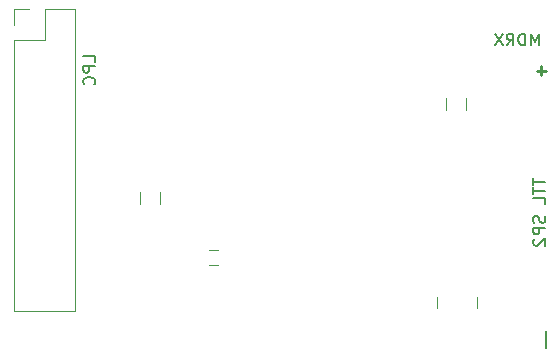
<source format=gbo>
G04 #@! TF.FileFunction,Legend,Bot*
%FSLAX46Y46*%
G04 Gerber Fmt 4.6, Leading zero omitted, Abs format (unit mm)*
G04 Created by KiCad (PCBNEW 4.0.6) date Mon Aug 28 16:48:00 2017*
%MOMM*%
%LPD*%
G01*
G04 APERTURE LIST*
%ADD10C,0.100000*%
%ADD11C,0.200000*%
%ADD12C,0.250000*%
%ADD13C,0.120000*%
G04 APERTURE END LIST*
D10*
D11*
X137612381Y-103449524D02*
X137612381Y-102973333D01*
X136612381Y-102973333D01*
X137612381Y-103782857D02*
X136612381Y-103782857D01*
X136612381Y-104163810D01*
X136660000Y-104259048D01*
X136707619Y-104306667D01*
X136802857Y-104354286D01*
X136945714Y-104354286D01*
X137040952Y-104306667D01*
X137088571Y-104259048D01*
X137136190Y-104163810D01*
X137136190Y-103782857D01*
X137517143Y-105354286D02*
X137564762Y-105306667D01*
X137612381Y-105163810D01*
X137612381Y-105068572D01*
X137564762Y-104925714D01*
X137469524Y-104830476D01*
X137374286Y-104782857D01*
X137183810Y-104735238D01*
X137040952Y-104735238D01*
X136850476Y-104782857D01*
X136755238Y-104830476D01*
X136660000Y-104925714D01*
X136612381Y-105068572D01*
X136612381Y-105163810D01*
X136660000Y-105306667D01*
X136707619Y-105354286D01*
X174712381Y-113300238D02*
X174712381Y-113871667D01*
X175712381Y-113585952D02*
X174712381Y-113585952D01*
X174712381Y-114062143D02*
X174712381Y-114633572D01*
X175712381Y-114347857D02*
X174712381Y-114347857D01*
X175712381Y-115443096D02*
X175712381Y-114966905D01*
X174712381Y-114966905D01*
X175664762Y-116490715D02*
X175712381Y-116633572D01*
X175712381Y-116871668D01*
X175664762Y-116966906D01*
X175617143Y-117014525D01*
X175521905Y-117062144D01*
X175426667Y-117062144D01*
X175331429Y-117014525D01*
X175283810Y-116966906D01*
X175236190Y-116871668D01*
X175188571Y-116681191D01*
X175140952Y-116585953D01*
X175093333Y-116538334D01*
X174998095Y-116490715D01*
X174902857Y-116490715D01*
X174807619Y-116538334D01*
X174760000Y-116585953D01*
X174712381Y-116681191D01*
X174712381Y-116919287D01*
X174760000Y-117062144D01*
X175712381Y-117490715D02*
X174712381Y-117490715D01*
X174712381Y-117871668D01*
X174760000Y-117966906D01*
X174807619Y-118014525D01*
X174902857Y-118062144D01*
X175045714Y-118062144D01*
X175140952Y-118014525D01*
X175188571Y-117966906D01*
X175236190Y-117871668D01*
X175236190Y-117490715D01*
X174807619Y-118443096D02*
X174760000Y-118490715D01*
X174712381Y-118585953D01*
X174712381Y-118824049D01*
X174760000Y-118919287D01*
X174807619Y-118966906D01*
X174902857Y-119014525D01*
X174998095Y-119014525D01*
X175140952Y-118966906D01*
X175712381Y-118395477D01*
X175712381Y-119014525D01*
X175164524Y-102052381D02*
X175164524Y-101052381D01*
X174831190Y-101766667D01*
X174497857Y-101052381D01*
X174497857Y-102052381D01*
X174021667Y-102052381D02*
X174021667Y-101052381D01*
X173783572Y-101052381D01*
X173640714Y-101100000D01*
X173545476Y-101195238D01*
X173497857Y-101290476D01*
X173450238Y-101480952D01*
X173450238Y-101623810D01*
X173497857Y-101814286D01*
X173545476Y-101909524D01*
X173640714Y-102004762D01*
X173783572Y-102052381D01*
X174021667Y-102052381D01*
X172450238Y-102052381D02*
X172783572Y-101576190D01*
X173021667Y-102052381D02*
X173021667Y-101052381D01*
X172640714Y-101052381D01*
X172545476Y-101100000D01*
X172497857Y-101147619D01*
X172450238Y-101242857D01*
X172450238Y-101385714D01*
X172497857Y-101480952D01*
X172545476Y-101528571D01*
X172640714Y-101576190D01*
X173021667Y-101576190D01*
X172116905Y-101052381D02*
X171450238Y-102052381D01*
X171450238Y-101052381D02*
X172116905Y-102052381D01*
X175768000Y-126238000D02*
X175768000Y-127698500D01*
D12*
X175767952Y-104211429D02*
X175006047Y-104211429D01*
X175386999Y-104592381D02*
X175386999Y-103830476D01*
D13*
X143090000Y-114455000D02*
X143090000Y-115455000D01*
X141390000Y-115455000D02*
X141390000Y-114455000D01*
X147985000Y-119415000D02*
X147285000Y-119415000D01*
X147285000Y-120615000D02*
X147985000Y-120615000D01*
X130750000Y-101600000D02*
X130750000Y-124520000D01*
X130750000Y-124520000D02*
X135950000Y-124520000D01*
X135950000Y-124520000D02*
X135950000Y-99000000D01*
X135950000Y-99000000D02*
X133350000Y-99000000D01*
X133350000Y-99000000D02*
X133350000Y-101600000D01*
X133350000Y-101600000D02*
X130750000Y-101600000D01*
X130750000Y-100330000D02*
X130750000Y-99000000D01*
X130750000Y-99000000D02*
X132020000Y-99000000D01*
X166595000Y-123325000D02*
X166595000Y-124325000D01*
X169955000Y-123325000D02*
X169955000Y-124325000D01*
X167298000Y-107497500D02*
X167298000Y-106497500D01*
X168998000Y-106497500D02*
X168998000Y-107497500D01*
M02*

</source>
